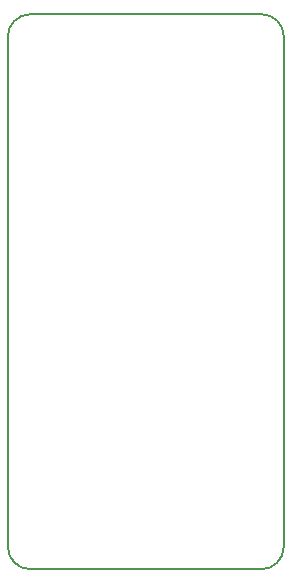
<source format=gm1>
G04 #@! TF.FileFunction,Profile,NP*
%FSLAX46Y46*%
G04 Gerber Fmt 4.6, Leading zero omitted, Abs format (unit mm)*
G04 Created by KiCad (PCBNEW 4.0.5) date 01/03/18 17:15:43*
%MOMM*%
%LPD*%
G01*
G04 APERTURE LIST*
%ADD10C,0.100000*%
%ADD11C,0.150000*%
G04 APERTURE END LIST*
D10*
D11*
X79121000Y-76200000D02*
G75*
G03X77216000Y-78105000I0J-1905000D01*
G01*
X100584000Y-78105000D02*
G75*
G03X98679000Y-76200000I-1905000J0D01*
G01*
X77216000Y-121285000D02*
G75*
G03X79121000Y-123190000I1905000J0D01*
G01*
X98679000Y-123190000D02*
G75*
G03X100584000Y-121285000I0J1905000D01*
G01*
X77216000Y-121285000D02*
X77216000Y-78105000D01*
X98679000Y-123190000D02*
X79121000Y-123190000D01*
X100584000Y-78105000D02*
X100584000Y-121285000D01*
X79121000Y-76200000D02*
X98679000Y-76200000D01*
M02*

</source>
